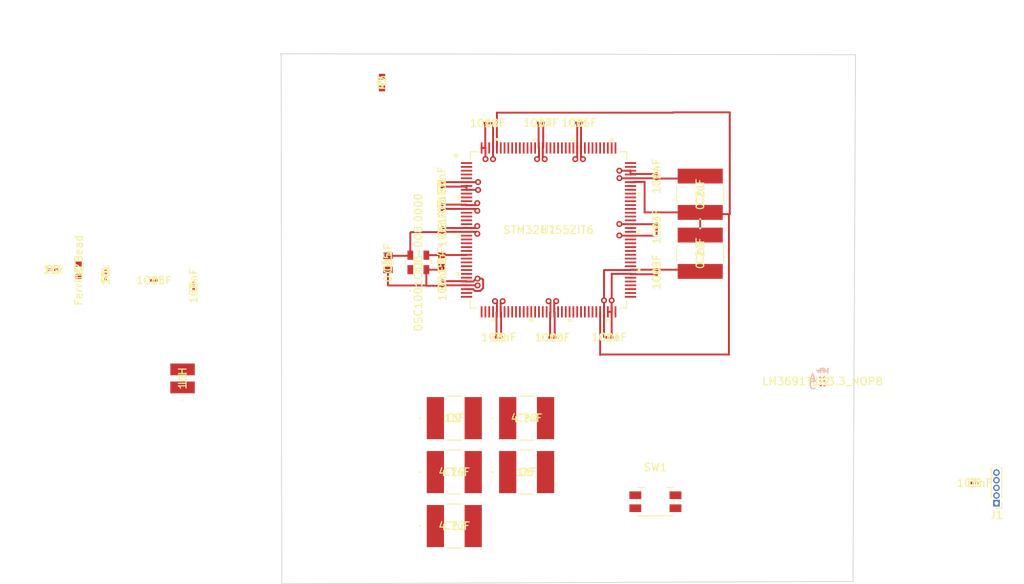
<source format=kicad_pcb>
(kicad_pcb (version 20171130) (host pcbnew "(5.1.10)-1")
  (layers (0 Signal signal) (1 Power power) (2 Ground power) (31 B.Cu signal) (34 B.Paste user) (35 F.Paste user) (36 B.SilkS user) (37 F.SilkS user) (38 B.Mask user) (39 F.Mask user) (44 Edge.Cuts user))
  (net 0 "")
  (net 1 GND)
  (net 2 VDD)
  (net 3 VIN)
  (net 4 SWDIO)
  (net 5 SWCLK)
  (net 6 "Net-(J1-Pad2)")
  (net 7 "Net-(L1-Pad2)")
  (net 8 "Net-(R1-Pad1)")
  (net 9 "Net-(U1-Pad139)")
  (net 10 "Net-(U1-Pad138)")
  (net 11 "Net-(U1-Pad137)")
  (net 12 "Net-(U1-Pad136)")
  (net 13 "Net-(U1-Pad134)")
  (net 14 "Net-(U1-Pad133)")
  (net 15 "Net-(U1-Pad132)")
  (net 16 "Net-(U1-Pad131)")
  (net 17 "Net-(U1-Pad130)")
  (net 18 "Net-(U1-Pad127)")
  (net 19 "Net-(U1-Pad126)")
  (net 20 "Net-(U1-Pad125)")
  (net 21 "Net-(U1-Pad124)")
  (net 22 "Net-(U1-Pad123)")
  (net 23 "Net-(U1-Pad122)")
  (net 24 "Net-(U1-Pad121)")
  (net 25 "Net-(U1-Pad120)")
  (net 26 "Net-(U1-Pad117)")
  (net 27 Audio_CLK)
  (net 28 "Net-(U1-Pad115)")
  (net 29 "Net-(U1-Pad114)")
  (net 30 "Net-(U1-Pad113)")
  (net 31 "Net-(U1-Pad112)")
  (net 32 "Net-(U1-Pad111)")
  (net 33 "Net-(U1-Pad110)")
  (net 34 "Net-(U1-Pad109)")
  (net 35 "Net-(U1-Pad102)")
  (net 36 "Net-(U1-Pad101)")
  (net 37 "Net-(U1-Pad100)")
  (net 38 "Net-(U1-Pad99)")
  (net 39 "Net-(U1-Pad98)")
  (net 40 "Net-(U1-Pad97)")
  (net 41 "Net-(U1-Pad96)")
  (net 42 "Net-(U1-Pad95)")
  (net 43 "Net-(U1-Pad94)")
  (net 44 "Net-(U1-Pad93)")
  (net 45 "Net-(U1-Pad91)")
  (net 46 "Net-(U1-Pad90)")
  (net 47 "Net-(U1-Pad88)")
  (net 48 "Net-(U1-Pad87)")
  (net 49 "Net-(U1-Pad86)")
  (net 50 "Net-(U1-Pad85)")
  (net 51 "Net-(U1-Pad84)")
  (net 52 "Net-(U1-Pad83)")
  (net 53 "Net-(U1-Pad82)")
  (net 54 "Net-(U1-Pad81)")
  (net 55 "Net-(U1-Pad78)")
  (net 56 "Net-(U1-Pad77)")
  (net 57 "Net-(U1-Pad76)")
  (net 58 "Net-(U1-Pad75)")
  (net 59 "Net-(U1-Pad74)")
  (net 60 "Net-(U1-Pad73)")
  (net 61 "Net-(U1-Pad72)")
  (net 62 "Net-(U1-Pad67)")
  (net 63 "Net-(U1-Pad66)")
  (net 64 "Net-(U1-Pad65)")
  (net 65 "Net-(U1-Pad64)")
  (net 66 "Net-(U1-Pad63)")
  (net 67 "Net-(U1-Pad62)")
  (net 68 "Net-(U1-Pad61)")
  (net 69 "Net-(U1-Pad60)")
  (net 70 "Net-(U1-Pad59)")
  (net 71 "Net-(U1-Pad58)")
  (net 72 "Net-(U1-Pad57)")
  (net 73 "Net-(U1-Pad54)")
  (net 74 "Net-(U1-Pad53)")
  (net 75 "Net-(U1-Pad52)")
  (net 76 dOut_bottom)
  (net 77 "Net-(U1-Pad50)")
  (net 78 "Net-(U1-Pad49)")
  (net 79 "Net-(U1-Pad48)")
  (net 80 "Net-(U1-Pad47)")
  (net 81 "Net-(U1-Pad46)")
  (net 82 "Net-(U1-Pad45)")
  (net 83 "Net-(U1-Pad44)")
  (net 84 "Net-(U1-Pad43)")
  (net 85 "Net-(U1-Pad40)")
  (net 86 "Net-(U1-Pad39)")
  (net 87 "Net-(U1-Pad38)")
  (net 88 "Net-(U1-Pad37)")
  (net 89 "Net-(U1-Pad31)")
  (net 90 "Net-(U1-Pad30)")
  (net 91 "Net-(U1-Pad29)")
  (net 92 "Net-(U1-Pad28)")
  (net 93 "Net-(U1-Pad26)")
  (net 94 /CLK)
  (net 95 "Net-(U1-Pad24)")
  (net 96 "Net-(U1-Pad23)")
  (net 97 "Net-(U1-Pad22)")
  (net 98 "Net-(U1-Pad21)")
  (net 99 "Net-(U1-Pad20)")
  (net 100 "Net-(U1-Pad17)")
  (net 101 "Net-(U1-Pad16)")
  (net 102 "Net-(U1-Pad15)")
  (net 103 "Net-(U1-Pad14)")
  (net 104 "Net-(U1-Pad11)")
  (net 105 "Net-(U1-Pad10)")
  (net 106 "Net-(U1-Pad9)")
  (net 107 "Net-(U1-Pad5)")
  (net 108 "Net-(U1-Pad4)")
  (net 109 dOut_top)
  (net 110 "Net-(U1-Pad2)")
  (net 111 "Net-(U1-Pad1)")
  (net 112 "Net-(U2-PadB1)")
  (net 113 "Net-(U2-PadA1)")
  (net 114 "Net-(U3-Pad1)")
  (net 115 VREF+)
  (net 116 VDDA)
  (net 117 NRST)
  (net 118 VCAP)
  (net 119 BOOT0)
  (module stm32:STM32H755ZIT6 (layer Signal) (at 160.02 90.17)
    (fp_text reference U1 (at 0 0) (layer F.SilkS))
    (fp_text value STM32H755ZIT6 (at 0 0) (layer F.SilkS))
    (fp_text user * (at -12.0904 -9.381) (layer F.SilkS))
    (fp_text user * (at -12.0904 -9.381) (layer F.SilkS))
    (pad 144 smd rect (at -8.75 -10.7188) (size 0.2286 1.4732) (layers Signal F.Paste F.Mask) (net 2 VDD))
    (pad 143 smd rect (at -8.250001 -10.7188) (size 0.2286 1.4732) (layers Signal F.Paste F.Mask) (net 2 VDD))
    (pad 142 smd rect (at -7.75 -10.7188) (size 0.2286 1.4732) (layers Signal F.Paste F.Mask) (net 8 "Net-(R1-Pad1)"))
    (pad 141 smd rect (at -7.250001 -10.7188) (size 0.2286 1.4732) (layers Signal F.Paste F.Mask) (net 1 GND))
    (pad 140 smd rect (at -6.749999 -10.7188) (size 0.2286 1.4732) (layers Signal F.Paste F.Mask) (net 118 VCAP))
    (pad 139 smd rect (at -6.25 -10.7188) (size 0.2286 1.4732) (layers Signal F.Paste F.Mask) (net 9 "Net-(U1-Pad139)"))
    (pad 138 smd rect (at -5.750001 -10.7188) (size 0.2286 1.4732) (layers Signal F.Paste F.Mask) (net 10 "Net-(U1-Pad138)"))
    (pad 137 smd rect (at -5.25 -10.7188) (size 0.2286 1.4732) (layers Signal F.Paste F.Mask) (net 11 "Net-(U1-Pad137)"))
    (pad 136 smd rect (at -4.750001 -10.7188) (size 0.2286 1.4732) (layers Signal F.Paste F.Mask) (net 12 "Net-(U1-Pad136)"))
    (pad 135 smd rect (at -4.249999 -10.7188) (size 0.2286 1.4732) (layers Signal F.Paste F.Mask) (net 119 BOOT0))
    (pad 134 smd rect (at -3.75 -10.7188) (size 0.2286 1.4732) (layers Signal F.Paste F.Mask) (net 13 "Net-(U1-Pad134)"))
    (pad 133 smd rect (at -3.250001 -10.7188) (size 0.2286 1.4732) (layers Signal F.Paste F.Mask) (net 14 "Net-(U1-Pad133)"))
    (pad 132 smd rect (at -2.75 -10.7188) (size 0.2286 1.4732) (layers Signal F.Paste F.Mask) (net 15 "Net-(U1-Pad132)"))
    (pad 131 smd rect (at -2.250001 -10.7188) (size 0.2286 1.4732) (layers Signal F.Paste F.Mask) (net 16 "Net-(U1-Pad131)"))
    (pad 130 smd rect (at -1.749999 -10.7188) (size 0.2286 1.4732) (layers Signal F.Paste F.Mask) (net 17 "Net-(U1-Pad130)"))
    (pad 129 smd rect (at -1.25 -10.7188) (size 0.2286 1.4732) (layers Signal F.Paste F.Mask) (net 2 VDD))
    (pad 128 smd rect (at -0.750001 -10.7188) (size 0.2286 1.4732) (layers Signal F.Paste F.Mask) (net 1 GND))
    (pad 127 smd rect (at -0.25 -10.7188) (size 0.2286 1.4732) (layers Signal F.Paste F.Mask) (net 18 "Net-(U1-Pad127)"))
    (pad 126 smd rect (at 0.25 -10.7188) (size 0.2286 1.4732) (layers Signal F.Paste F.Mask) (net 19 "Net-(U1-Pad126)"))
    (pad 125 smd rect (at 0.750001 -10.7188) (size 0.2286 1.4732) (layers Signal F.Paste F.Mask) (net 20 "Net-(U1-Pad125)"))
    (pad 124 smd rect (at 1.25 -10.7188) (size 0.2286 1.4732) (layers Signal F.Paste F.Mask) (net 21 "Net-(U1-Pad124)"))
    (pad 123 smd rect (at 1.749999 -10.7188) (size 0.2286 1.4732) (layers Signal F.Paste F.Mask) (net 22 "Net-(U1-Pad123)"))
    (pad 122 smd rect (at 2.250001 -10.7188) (size 0.2286 1.4732) (layers Signal F.Paste F.Mask) (net 23 "Net-(U1-Pad122)"))
    (pad 121 smd rect (at 2.75 -10.7188) (size 0.2286 1.4732) (layers Signal F.Paste F.Mask) (net 24 "Net-(U1-Pad121)"))
    (pad 120 smd rect (at 3.250001 -10.7188) (size 0.2286 1.4732) (layers Signal F.Paste F.Mask) (net 25 "Net-(U1-Pad120)"))
    (pad 119 smd rect (at 3.75 -10.7188) (size 0.2286 1.4732) (layers Signal F.Paste F.Mask) (net 2 VDD))
    (pad 118 smd rect (at 4.249999 -10.7188) (size 0.2286 1.4732) (layers Signal F.Paste F.Mask) (net 1 GND))
    (pad 117 smd rect (at 4.750001 -10.7188) (size 0.2286 1.4732) (layers Signal F.Paste F.Mask) (net 26 "Net-(U1-Pad117)"))
    (pad 116 smd rect (at 5.25 -10.7188) (size 0.2286 1.4732) (layers Signal F.Paste F.Mask) (net 27 Audio_CLK))
    (pad 115 smd rect (at 5.750001 -10.7188) (size 0.2286 1.4732) (layers Signal F.Paste F.Mask) (net 28 "Net-(U1-Pad115)"))
    (pad 114 smd rect (at 6.25 -10.7188) (size 0.2286 1.4732) (layers Signal F.Paste F.Mask) (net 29 "Net-(U1-Pad114)"))
    (pad 113 smd rect (at 6.749999 -10.7188) (size 0.2286 1.4732) (layers Signal F.Paste F.Mask) (net 30 "Net-(U1-Pad113)"))
    (pad 112 smd rect (at 7.250001 -10.7188) (size 0.2286 1.4732) (layers Signal F.Paste F.Mask) (net 31 "Net-(U1-Pad112)"))
    (pad 111 smd rect (at 7.75 -10.7188) (size 0.2286 1.4732) (layers Signal F.Paste F.Mask) (net 32 "Net-(U1-Pad111)"))
    (pad 110 smd rect (at 8.250001 -10.7188) (size 0.2286 1.4732) (layers Signal F.Paste F.Mask) (net 33 "Net-(U1-Pad110)"))
    (pad 109 smd rect (at 8.75 -10.7188) (size 0.2286 1.4732) (layers Signal F.Paste F.Mask) (net 34 "Net-(U1-Pad109)"))
    (pad 108 smd rect (at 10.7188 -8.75 90) (size 0.2286 1.4732) (layers Signal F.Paste F.Mask) (net 5 SWCLK))
    (pad 107 smd rect (at 10.7188 -8.250001 90) (size 0.2286 1.4732) (layers Signal F.Paste F.Mask) (net 4 SWDIO))
    (pad 106 smd rect (at 10.7188 -7.75 90) (size 0.2286 1.4732) (layers Signal F.Paste F.Mask) (net 2 VDD))
    (pad 105 smd rect (at 10.7188 -7.250001 90) (size 0.2286 1.4732) (layers Signal F.Paste F.Mask) (net 2 VDD))
    (pad 104 smd rect (at 10.7188 -6.749999 90) (size 0.2286 1.4732) (layers Signal F.Paste F.Mask) (net 1 GND))
    (pad 103 smd rect (at 10.7188 -6.25 90) (size 0.2286 1.4732) (layers Signal F.Paste F.Mask) (net 118 VCAP))
    (pad 102 smd rect (at 10.7188 -5.750001 90) (size 0.2286 1.4732) (layers Signal F.Paste F.Mask) (net 35 "Net-(U1-Pad102)"))
    (pad 101 smd rect (at 10.7188 -5.25 90) (size 0.2286 1.4732) (layers Signal F.Paste F.Mask) (net 36 "Net-(U1-Pad101)"))
    (pad 100 smd rect (at 10.7188 -4.750001 90) (size 0.2286 1.4732) (layers Signal F.Paste F.Mask) (net 37 "Net-(U1-Pad100)"))
    (pad 99 smd rect (at 10.7188 -4.249999 90) (size 0.2286 1.4732) (layers Signal F.Paste F.Mask) (net 38 "Net-(U1-Pad99)"))
    (pad 98 smd rect (at 10.7188 -3.75 90) (size 0.2286 1.4732) (layers Signal F.Paste F.Mask) (net 39 "Net-(U1-Pad98)"))
    (pad 97 smd rect (at 10.7188 -3.250001 90) (size 0.2286 1.4732) (layers Signal F.Paste F.Mask) (net 40 "Net-(U1-Pad97)"))
    (pad 96 smd rect (at 10.7188 -2.75 90) (size 0.2286 1.4732) (layers Signal F.Paste F.Mask) (net 41 "Net-(U1-Pad96)"))
    (pad 95 smd rect (at 10.7188 -2.250001 90) (size 0.2286 1.4732) (layers Signal F.Paste F.Mask) (net 42 "Net-(U1-Pad95)"))
    (pad 94 smd rect (at 10.7188 -1.749999 90) (size 0.2286 1.4732) (layers Signal F.Paste F.Mask) (net 43 "Net-(U1-Pad94)"))
    (pad 93 smd rect (at 10.7188 -1.25 90) (size 0.2286 1.4732) (layers Signal F.Paste F.Mask) (net 44 "Net-(U1-Pad93)"))
    (pad 92 smd rect (at 10.7188 -0.750001 90) (size 0.2286 1.4732) (layers Signal F.Paste F.Mask) (net 2 VDD))
    (pad 91 smd rect (at 10.7188 -0.25 90) (size 0.2286 1.4732) (layers Signal F.Paste F.Mask) (net 45 "Net-(U1-Pad91)"))
    (pad 90 smd rect (at 10.7188 0.25 90) (size 0.2286 1.4732) (layers Signal F.Paste F.Mask) (net 46 "Net-(U1-Pad90)"))
    (pad 89 smd rect (at 10.7188 0.750001 90) (size 0.2286 1.4732) (layers Signal F.Paste F.Mask) (net 1 GND))
    (pad 88 smd rect (at 10.7188 1.25 90) (size 0.2286 1.4732) (layers Signal F.Paste F.Mask) (net 47 "Net-(U1-Pad88)"))
    (pad 87 smd rect (at 10.7188 1.749999 90) (size 0.2286 1.4732) (layers Signal F.Paste F.Mask) (net 48 "Net-(U1-Pad87)"))
    (pad 86 smd rect (at 10.7188 2.250001 90) (size 0.2286 1.4732) (layers Signal F.Paste F.Mask) (net 49 "Net-(U1-Pad86)"))
    (pad 85 smd rect (at 10.7188 2.75 90) (size 0.2286 1.4732) (layers Signal F.Paste F.Mask) (net 50 "Net-(U1-Pad85)"))
    (pad 84 smd rect (at 10.7188 3.250001 90) (size 0.2286 1.4732) (layers Signal F.Paste F.Mask) (net 51 "Net-(U1-Pad84)"))
    (pad 83 smd rect (at 10.7188 3.75 90) (size 0.2286 1.4732) (layers Signal F.Paste F.Mask) (net 52 "Net-(U1-Pad83)"))
    (pad 82 smd rect (at 10.7188 4.249999 90) (size 0.2286 1.4732) (layers Signal F.Paste F.Mask) (net 53 "Net-(U1-Pad82)"))
    (pad 81 smd rect (at 10.7188 4.750001 90) (size 0.2286 1.4732) (layers Signal F.Paste F.Mask) (net 54 "Net-(U1-Pad81)"))
    (pad 80 smd rect (at 10.7188 5.25 90) (size 0.2286 1.4732) (layers Signal F.Paste F.Mask) (net 1 GND))
    (pad 79 smd rect (at 10.7188 5.750001 90) (size 0.2286 1.4732) (layers Signal F.Paste F.Mask) (net 2 VDD))
    (pad 78 smd rect (at 10.7188 6.25 90) (size 0.2286 1.4732) (layers Signal F.Paste F.Mask) (net 55 "Net-(U1-Pad78)"))
    (pad 77 smd rect (at 10.7188 6.749999 90) (size 0.2286 1.4732) (layers Signal F.Paste F.Mask) (net 56 "Net-(U1-Pad77)"))
    (pad 76 smd rect (at 10.7188 7.250001 90) (size 0.2286 1.4732) (layers Signal F.Paste F.Mask) (net 57 "Net-(U1-Pad76)"))
    (pad 75 smd rect (at 10.7188 7.75 90) (size 0.2286 1.4732) (layers Signal F.Paste F.Mask) (net 58 "Net-(U1-Pad75)"))
    (pad 74 smd rect (at 10.7188 8.250001 90) (size 0.2286 1.4732) (layers Signal F.Paste F.Mask) (net 59 "Net-(U1-Pad74)"))
    (pad 73 smd rect (at 10.7188 8.75 90) (size 0.2286 1.4732) (layers Signal F.Paste F.Mask) (net 60 "Net-(U1-Pad73)"))
    (pad 72 smd rect (at 8.75 10.7188) (size 0.2286 1.4732) (layers Signal F.Paste F.Mask) (net 61 "Net-(U1-Pad72)"))
    (pad 71 smd rect (at 8.250001 10.7188) (size 0.2286 1.4732) (layers Signal F.Paste F.Mask) (net 2 VDD))
    (pad 70 smd rect (at 7.75 10.7188) (size 0.2286 1.4732) (layers Signal F.Paste F.Mask) (net 2 VDD))
    (pad 69 smd rect (at 7.250001 10.7188) (size 0.2286 1.4732) (layers Signal F.Paste F.Mask) (net 1 GND))
    (pad 68 smd rect (at 6.749999 10.7188) (size 0.2286 1.4732) (layers Signal F.Paste F.Mask) (net 118 VCAP))
    (pad 67 smd rect (at 6.25 10.7188) (size 0.2286 1.4732) (layers Signal F.Paste F.Mask) (net 62 "Net-(U1-Pad67)"))
    (pad 66 smd rect (at 5.750001 10.7188) (size 0.2286 1.4732) (layers Signal F.Paste F.Mask) (net 63 "Net-(U1-Pad66)"))
    (pad 65 smd rect (at 5.25 10.7188) (size 0.2286 1.4732) (layers Signal F.Paste F.Mask) (net 64 "Net-(U1-Pad65)"))
    (pad 64 smd rect (at 4.750001 10.7188) (size 0.2286 1.4732) (layers Signal F.Paste F.Mask) (net 65 "Net-(U1-Pad64)"))
    (pad 63 smd rect (at 4.249999 10.7188) (size 0.2286 1.4732) (layers Signal F.Paste F.Mask) (net 66 "Net-(U1-Pad63)"))
    (pad 62 smd rect (at 3.75 10.7188) (size 0.2286 1.4732) (layers Signal F.Paste F.Mask) (net 67 "Net-(U1-Pad62)"))
    (pad 61 smd rect (at 3.250001 10.7188) (size 0.2286 1.4732) (layers Signal F.Paste F.Mask) (net 68 "Net-(U1-Pad61)"))
    (pad 60 smd rect (at 2.75 10.7188) (size 0.2286 1.4732) (layers Signal F.Paste F.Mask) (net 69 "Net-(U1-Pad60)"))
    (pad 59 smd rect (at 2.250001 10.7188) (size 0.2286 1.4732) (layers Signal F.Paste F.Mask) (net 70 "Net-(U1-Pad59)"))
    (pad 58 smd rect (at 1.749999 10.7188) (size 0.2286 1.4732) (layers Signal F.Paste F.Mask) (net 71 "Net-(U1-Pad58)"))
    (pad 57 smd rect (at 1.25 10.7188) (size 0.2286 1.4732) (layers Signal F.Paste F.Mask) (net 72 "Net-(U1-Pad57)"))
    (pad 56 smd rect (at 0.750001 10.7188) (size 0.2286 1.4732) (layers Signal F.Paste F.Mask) (net 2 VDD))
    (pad 55 smd rect (at 0.25 10.7188) (size 0.2286 1.4732) (layers Signal F.Paste F.Mask) (net 1 GND))
    (pad 54 smd rect (at -0.25 10.7188) (size 0.2286 1.4732) (layers Signal F.Paste F.Mask) (net 73 "Net-(U1-Pad54)"))
    (pad 53 smd rect (at -0.750001 10.7188) (size 0.2286 1.4732) (layers Signal F.Paste F.Mask) (net 74 "Net-(U1-Pad53)"))
    (pad 52 smd rect (at -1.25 10.7188) (size 0.2286 1.4732) (layers Signal F.Paste F.Mask) (net 75 "Net-(U1-Pad52)"))
    (pad 51 smd rect (at -1.749999 10.7188) (size 0.2286 1.4732) (layers Signal F.Paste F.Mask) (net 76 dOut_bottom))
    (pad 50 smd rect (at -2.250001 10.7188) (size 0.2286 1.4732) (layers Signal F.Paste F.Mask) (net 77 "Net-(U1-Pad50)"))
    (pad 49 smd rect (at -2.75 10.7188) (size 0.2286 1.4732) (layers Signal F.Paste F.Mask) (net 78 "Net-(U1-Pad49)"))
    (pad 48 smd rect (at -3.250001 10.7188) (size 0.2286 1.4732) (layers Signal F.Paste F.Mask) (net 79 "Net-(U1-Pad48)"))
    (pad 47 smd rect (at -3.75 10.7188) (size 0.2286 1.4732) (layers Signal F.Paste F.Mask) (net 80 "Net-(U1-Pad47)"))
    (pad 46 smd rect (at -4.249999 10.7188) (size 0.2286 1.4732) (layers Signal F.Paste F.Mask) (net 81 "Net-(U1-Pad46)"))
    (pad 45 smd rect (at -4.750001 10.7188) (size 0.2286 1.4732) (layers Signal F.Paste F.Mask) (net 82 "Net-(U1-Pad45)"))
    (pad 44 smd rect (at -5.25 10.7188) (size 0.2286 1.4732) (layers Signal F.Paste F.Mask) (net 83 "Net-(U1-Pad44)"))
    (pad 43 smd rect (at -5.750001 10.7188) (size 0.2286 1.4732) (layers Signal F.Paste F.Mask) (net 84 "Net-(U1-Pad43)"))
    (pad 42 smd rect (at -6.25 10.7188) (size 0.2286 1.4732) (layers Signal F.Paste F.Mask) (net 2 VDD))
    (pad 41 smd rect (at -6.749999 10.7188) (size 0.2286 1.4732) (layers Signal F.Paste F.Mask) (net 1 GND))
    (pad 40 smd rect (at -7.250001 10.7188) (size 0.2286 1.4732) (layers Signal F.Paste F.Mask) (net 85 "Net-(U1-Pad40)"))
    (pad 39 smd rect (at -7.75 10.7188) (size 0.2286 1.4732) (layers Signal F.Paste F.Mask) (net 86 "Net-(U1-Pad39)"))
    (pad 38 smd rect (at -8.250001 10.7188) (size 0.2286 1.4732) (layers Signal F.Paste F.Mask) (net 87 "Net-(U1-Pad38)"))
    (pad 37 smd rect (at -8.75 10.7188) (size 0.2286 1.4732) (layers Signal F.Paste F.Mask) (net 88 "Net-(U1-Pad37)"))
    (pad 36 smd rect (at -10.7188 8.75 90) (size 0.2286 1.4732) (layers Signal F.Paste F.Mask) (net 116 VDDA))
    (pad 35 smd rect (at -10.7188 8.249999 90) (size 0.2286 1.4732) (layers Signal F.Paste F.Mask) (net 115 VREF+))
    (pad 34 smd rect (at -10.7188 7.75 90) (size 0.2286 1.4732) (layers Signal F.Paste F.Mask) (net 2 VDD))
    (pad 33 smd rect (at -10.7188 7.250001 90) (size 0.2286 1.4732) (layers Signal F.Paste F.Mask) (net 1 GND))
    (pad 32 smd rect (at -10.7188 6.749999 90) (size 0.2286 1.4732) (layers Signal F.Paste F.Mask) (net 2 VDD))
    (pad 31 smd rect (at -10.7188 6.25 90) (size 0.2286 1.4732) (layers Signal F.Paste F.Mask) (net 89 "Net-(U1-Pad31)"))
    (pad 30 smd rect (at -10.7188 5.749999 90) (size 0.2286 1.4732) (layers Signal F.Paste F.Mask) (net 90 "Net-(U1-Pad30)"))
    (pad 29 smd rect (at -10.7188 5.25 90) (size 0.2286 1.4732) (layers Signal F.Paste F.Mask) (net 91 "Net-(U1-Pad29)"))
    (pad 28 smd rect (at -10.7188 4.750001 90) (size 0.2286 1.4732) (layers Signal F.Paste F.Mask) (net 92 "Net-(U1-Pad28)"))
    (pad 27 smd rect (at -10.7188 4.249999 90) (size 0.2286 1.4732) (layers Signal F.Paste F.Mask) (net 117 NRST))
    (pad 26 smd rect (at -10.7188 3.75 90) (size 0.2286 1.4732) (layers Signal F.Paste F.Mask) (net 93 "Net-(U1-Pad26)"))
    (pad 25 smd rect (at -10.7188 3.249999 90) (size 0.2286 1.4732) (layers Signal F.Paste F.Mask) (net 94 /CLK))
    (pad 24 smd rect (at -10.7188 2.75 90) (size 0.2286 1.4732) (layers Signal F.Paste F.Mask) (net 95 "Net-(U1-Pad24)"))
    (pad 23 smd rect (at -10.7188 2.250001 90) (size 0.2286 1.4732) (layers Signal F.Paste F.Mask) (net 96 "Net-(U1-Pad23)"))
    (pad 22 smd rect (at -10.7188 1.749999 90) (size 0.2286 1.4732) (layers Signal F.Paste F.Mask) (net 97 "Net-(U1-Pad22)"))
    (pad 21 smd rect (at -10.7188 1.25 90) (size 0.2286 1.4732) (layers Signal F.Paste F.Mask) (net 98 "Net-(U1-Pad21)"))
    (pad 20 smd rect (at -10.7188 0.749998 90) (size 0.2286 1.4732) (layers Signal F.Paste F.Mask) (net 99 "Net-(U1-Pad20)"))
    (pad 19 smd rect (at -10.7188 0.25 90) (size 0.2286 1.4732) (layers Signal F.Paste F.Mask) (net 2 VDD))
    (pad 18 smd rect (at -10.7188 -0.25 90) (size 0.2286 1.4732) (layers Signal F.Paste F.Mask) (net 1 GND))
    (pad 17 smd rect (at -10.7188 -0.750001 90) (size 0.2286 1.4732) (layers Signal F.Paste F.Mask) (net 100 "Net-(U1-Pad17)"))
    (pad 16 smd rect (at -10.7188 -1.25 90) (size 0.2286 1.4732) (layers Signal F.Paste F.Mask) (net 101 "Net-(U1-Pad16)"))
    (pad 15 smd rect (at -10.7188 -1.749999 90) (size 0.2286 1.4732) (layers Signal F.Paste F.Mask) (net 102 "Net-(U1-Pad15)"))
    (pad 14 smd rect (at -10.7188 -2.250001 90) (size 0.2286 1.4732) (layers Signal F.Paste F.Mask) (net 103 "Net-(U1-Pad14)"))
    (pad 13 smd rect (at -10.7188 -2.75 90) (size 0.2286 1.4732) (layers Signal F.Paste F.Mask) (net 2 VDD))
    (pad 12 smd rect (at -10.7188 -3.250001 90) (size 0.2286 1.4732) (layers Signal F.Paste F.Mask) (net 1 GND))
    (pad 11 smd rect (at -10.7188 -3.75 90) (size 0.2286 1.4732) (layers Signal F.Paste F.Mask) (net 104 "Net-(U1-Pad11)"))
    (pad 10 smd rect (at -10.7188 -4.249999 90) (size 0.2286 1.4732) (layers Signal F.Paste F.Mask) (net 105 "Net-(U1-Pad10)"))
    (pad 9 smd rect (at -10.7188 -4.750001 90) (size 0.2286 1.4732) (layers Signal F.Paste F.Mask) (net 106 "Net-(U1-Pad9)"))
    (pad 8 smd rect (at -10.7188 -5.25 90) (size 0.2286 1.4732) (layers Signal F.Paste F.Mask) (net 2 VDD))
    (pad 7 smd rect (at -10.7188 -5.750001 90) (size 0.2286 1.4732) (layers Signal F.Paste F.Mask) (net 2 VDD))
    (pad 6 smd rect (at -10.7188 -6.25 90) (size 0.2286 1.4732) (layers Signal F.Paste F.Mask) (net 1 GND))
    (pad 5 smd rect (at -10.7188 -6.749999 90) (size 0.2286 1.4732) (layers Signal F.Paste F.Mask) (net 107 "Net-(U1-Pad5)"))
    (pad 4 smd rect (at -10.7188 -7.250001 90) (size 0.2286 1.4732) (layers Signal F.Paste F.Mask) (net 108 "Net-(U1-Pad4)"))
    (pad 3 smd rect (at -10.7188 -7.75 90) (size 0.2286 1.4732) (layers Signal F.Paste F.Mask) (net 109 dOut_top))
    (pad 2 smd rect (at -10.7188 -8.250001 90) (size 0.2286 1.4732) (layers Signal F.Paste F.Mask) (net 110 "Net-(U1-Pad2)"))
    (pad 1 smd rect (at -10.7188 -8.75 90) (size 0.2286 1.4732) (layers Signal F.Paste F.Mask) (net 111 "Net-(U1-Pad1)"))
  )
  (module 8mhz:DSC1001CC1-008.0000 (layer Signal) (at 143 94.425001 90)
    (fp_text reference U3 (at 0 0 90) (layer F.SilkS))
    (fp_text value DSC1001CC1-008.0000 (at 0 0 90) (layer F.SilkS))
    (fp_text user * (at 0 0 90) (layer F.SilkS))
    (pad 4 smd rect (at 0.950001 -1.05 90) (size 1.199999 0.75) (layers Signal F.Paste F.Mask) (net 2 VDD))
    (pad 3 smd rect (at 0.950001 1.05 90) (size 1.199999 0.75) (layers Signal F.Paste F.Mask) (net 94 /CLK))
    (pad 2 smd rect (at -0.950001 1.05 90) (size 1.199999 0.75) (layers Signal F.Paste F.Mask) (net 1 GND))
    (pad 1 smd rect (at -0.950001 -1.05 90) (size 1.199999 0.75) (layers Signal F.Paste F.Mask) (net 114 "Net-(U3-Pad1)"))
  )
  (module 100nF:C0201C104K9PACTU (layer Signal) (at 146.14 90.16 90)
    (fp_text reference C5 (at 0 0 90) (layer F.SilkS))
    (fp_text value 100nF (at 0 0 90) (layer F.SilkS))
    (fp_text user * (at 0 0 90) (layer F.SilkS))
    (pad 2 smd rect (at 0.3 0 90) (size 0.43 0.329999) (layers Signal F.Paste F.Mask) (net 1 GND))
    (pad 1 smd rect (at -0.3 0 90) (size 0.43 0.329999) (layers Signal F.Paste F.Mask) (net 2 VDD))
  )
  (module 100nF:C0201C104K9PACTU (layer Signal) (at 146.08 87.16 90)
    (fp_text reference C3 (at 0 0 90) (layer F.SilkS))
    (fp_text value 100nF (at 0 0 90) (layer F.SilkS))
    (fp_text user * (at 0 0 90) (layer F.SilkS))
    (pad 2 smd rect (at 0.3 0 90) (size 0.43 0.329999) (layers Signal F.Paste F.Mask) (net 1 GND))
    (pad 1 smd rect (at -0.3 0 90) (size 0.43 0.329999) (layers Signal F.Paste F.Mask) (net 2 VDD))
  )
  (module 100nF:C0201C104K9PACTU (layer Signal) (at 146.075 84.21 90)
    (fp_text reference C1 (at 0 0 90) (layer F.SilkS))
    (fp_text value 100nF (at 0 0 90) (layer F.SilkS))
    (fp_text user * (at 0 0 90) (layer F.SilkS))
    (pad 2 smd rect (at 0.3 0 90) (size 0.43 0.329999) (layers Signal F.Paste F.Mask) (net 1 GND))
    (pad 1 smd rect (at -0.3 0 90) (size 0.43 0.329999) (layers Signal F.Paste F.Mask) (net 2 VDD))
  )
  (module 0.01uF:GRM2195C1H113JA01D (layer Signal) (at 139.03 94.48 270)
    (fp_text reference C25 (at 0 0 90) (layer F.SilkS))
    (fp_text value 0.01uF (at 0 0 90) (layer F.SilkS))
    (fp_text user * (at 0 0 90) (layer F.SilkS))
    (pad 2 smd rect (at 0.9243 0 270) (size 0.858 1.2446) (layers Signal F.Paste F.Mask) (net 1 GND))
    (pad 1 smd rect (at -0.9243 0 270) (size 0.858 1.2446) (layers Signal F.Paste F.Mask) (net 2 VDD))
  )
  (module 15pF:600S150FT250XT (layer Signal) (at 146.075 94.2527 270)
    (fp_text reference C24 (at 0 0 90) (layer F.SilkS))
    (fp_text value 15pF (at 0 0 90) (layer F.SilkS))
    (fp_text user * (at 0 0 90) (layer F.SilkS))
    (pad 2 smd rect (at 0.7973 0 270) (size 0.858 0.9652) (layers Signal F.Paste F.Mask) (net 1 GND))
    (pad 1 smd rect (at -0.7973 0 270) (size 0.858 0.9652) (layers Signal F.Paste F.Mask) (net 94 /CLK))
  )
  (module Button_Switch_SMD:Panasonic_EVQPUJ_EVQPUA (layer Signal) (at 173.99 125.73)
    (fp_text reference SW1 (at 0 -4.5) (layer F.SilkS))
    (fp_text value SW_Push)
    (pad 1 smd rect (at 2.625 -0.85 180) (size 1.55 1) (layers Signal F.Paste F.Mask) (net 1 GND))
    (pad 1 smd rect (at -2.625 -0.85 180) (size 1.55 1) (layers Signal F.Paste F.Mask) (net 1 GND))
    (pad 2 smd rect (at -2.625 0.85 180) (size 1.55 1) (layers Signal F.Paste F.Mask) (net 117 NRST))
    (pad 2 smd rect (at 2.625 0.85 180) (size 1.55 1) (layers Signal F.Paste F.Mask) (net 117 NRST))
  )
  (module converter:LM3691TL-3.3&slash_NOPB (layer Signal) (at 195.83 109.99)
    (fp_text reference U2 (at 0 0) (layer F.SilkS))
    (fp_text value LM3691TL-3.3_NOPB (at 0 0) (layer F.SilkS))
    (fp_text user 2 (at 0.25 -1.4351 90) (layer B.SilkS))
    (fp_text user 2 (at 0.25 -1.4351 90) (layer F.SilkS))
    (fp_text user 1 (at -0.25 -1.4351 90) (layer B.SilkS))
    (fp_text user 1 (at -0.25 -1.4351 90) (layer F.SilkS))
    (fp_text user C (at -1.2827 0.5) (layer B.SilkS))
    (fp_text user C (at -1.2827 0.5) (layer F.SilkS))
    (fp_text user A (at -1.2827 -0.5) (layer B.SilkS))
    (fp_text user A (at -1.2827 -0.5) (layer F.SilkS))
    (fp_text user * (at 0 0) (layer F.SilkS))
    (pad C2 smd circle (at 0.25 0.5) (size 0.2794 0.2794) (layers Signal F.Paste F.Mask) (net 1 GND))
    (pad C1 smd circle (at -0.25 0.5) (size 0.2794 0.2794) (layers Signal F.Paste F.Mask) (net 2 VDD))
    (pad B2 smd circle (at 0.25 0) (size 0.2794 0.2794) (layers Signal F.Paste F.Mask) (net 7 "Net-(L1-Pad2)"))
    (pad B1 smd circle (at -0.25 0) (size 0.2794 0.2794) (layers Signal F.Paste F.Mask) (net 112 "Net-(U2-PadB1)"))
    (pad A2 smd circle (at 0.25 -0.5) (size 0.2794 0.2794) (layers Signal F.Paste F.Mask) (net 3 VIN))
    (pad A1 smd circle (at -0.25 -0.5) (size 0.2794 0.2794) (layers Signal F.Paste F.Mask) (net 113 "Net-(U2-PadA1)"))
  )
  (module resistor_47:RC0603FR-0747RL (layer Signal) (at 138.25 70.8969 90)
    (fp_text reference R3 (at 0 0 90) (layer F.SilkS))
    (fp_text value 47 (at 0 0 90) (layer F.SilkS))
    (fp_text user * (at 0 0 90) (layer F.SilkS))
    (pad 2 smd rect (at 0.7719 0 90) (size 0.7564 0.8128) (layers Signal F.Paste F.Mask) (net 116 VDDA))
    (pad 1 smd rect (at -0.7719 0 90) (size 0.7564 0.8128) (layers Signal F.Paste F.Mask) (net 115 VREF+))
  )
  (module resistor_10k:RMCF0201FT10K0 (layer Signal) (at 95.275 95.375)
    (fp_text reference R2 (at 0 0) (layer F.SilkS))
    (fp_text value 10k (at 0 0) (layer F.SilkS))
    (fp_text user * (at 0 0) (layer F.SilkS))
    (pad 1 smd rect (at -0.39344 0) (size 0.5532 0.33528) (layers Signal F.Paste F.Mask) (net 119 BOOT0))
    (pad 2 smd rect (at 0.39344 0) (size 0.5532 0.33528) (layers Signal F.Paste F.Mask) (net 1 GND))
  )
  (module resistor_10k:RMCF0201FT10K0 (layer Signal) (at 102.125 96.075 90)
    (fp_text reference R1 (at 0 0 90) (layer F.SilkS))
    (fp_text value 10k (at 0 0 90) (layer F.SilkS))
    (fp_text user * (at 0 0 90) (layer F.SilkS))
    (pad 2 smd rect (at 0.39344 0 90) (size 0.5532 0.33528) (layers Signal F.Paste F.Mask) (net 2 VDD))
    (pad 1 smd rect (at -0.39344 0 90) (size 0.5532 0.33528) (layers Signal F.Paste F.Mask) (net 8 "Net-(R1-Pad1)"))
  )
  (module ferrite_bead:MMZ1608B601CTAH0 (layer Signal) (at 98.6 95.45 90)
    (fp_text reference L2 (at 0 0 90) (layer F.SilkS))
    (fp_text value Ferrite_Bead (at 0 0 90) (layer F.SilkS))
    (fp_text user * (at 0 0 90) (layer F.SilkS))
    (pad 2 smd rect (at 0.825 0 90) (size 0.65 0.8) (layers Signal F.Paste F.Mask) (net 2 VDD))
    (pad 1 smd rect (at -0.825 0 90) (size 0.65 0.8) (layers Signal F.Paste F.Mask) (net 116 VDDA))
  )
  (module 1uH:74438336010 (layer Signal) (at 112.18 109.5983 90)
    (fp_text reference L1 (at 0 0 90) (layer F.SilkS))
    (fp_text value 1uH (at 0 0 90) (layer F.SilkS))
    (fp_text user * (at 0 0 90) (layer F.SilkS))
    (pad 2 smd rect (at 1.1783 0 90) (size 1.5438 3.2004) (layers Signal F.Paste F.Mask) (net 7 "Net-(L1-Pad2)"))
    (pad 1 smd rect (at -1.1783 0 90) (size 1.5438 3.2004) (layers Signal F.Paste F.Mask) (net 2 VDD))
  )
  (module Connector_PinHeader_1.00mm:PinHeader_1x05_P1.00mm_Vertical (layer Signal) (at 218.574999 125.919999 180)
    (fp_text reference J1 (at 0 -1.56) (layer F.SilkS))
    (fp_text value Conn_01x05_Male)
    (pad 5 thru_hole oval (at 0 4 180) (size 0.85 0.85) (drill 0.5) (layers *.Cu *.Mask) (net 4 SWDIO))
    (pad 4 thru_hole oval (at 0 3 180) (size 0.85 0.85) (drill 0.5) (layers *.Cu *.Mask) (net 5 SWCLK))
    (pad 3 thru_hole oval (at 0 2 180) (size 0.85 0.85) (drill 0.5) (layers *.Cu *.Mask) (net 1 GND))
    (pad 2 thru_hole oval (at 0 1 180) (size 0.85 0.85) (drill 0.5) (layers *.Cu *.Mask) (net 6 "Net-(J1-Pad2)"))
    (pad 1 thru_hole rect (at 0 0 180) (size 0.85 0.85) (drill 0.5) (layers *.Cu *.Mask) (net 2 VDD))
  )
  (module 0.2uF:CAA572C0G2J204J640LH (layer Signal) (at 179.85 93.2223 270)
    (fp_text reference C23 (at 0 0 90) (layer F.SilkS))
    (fp_text value 0.2uF (at 0 0 90) (layer F.SilkS))
    (fp_text user * (at 0 0 90) (layer F.SilkS))
    (pad 2 smd rect (at 2.3777 0) (size 5.8928 1.945399) (layers Signal F.Paste F.Mask) (net 1 GND))
    (pad 1 smd rect (at -2.3777 0) (size 5.8928 1.945399) (layers Signal F.Paste F.Mask) (net 118 VCAP))
  )
  (module 4.7uF:CKG57KX7R2A475K335JH (layer Signal) (at 147.705601 128.914901)
    (fp_text reference C22 (at 0 0) (layer F.SilkS))
    (fp_text value 4.7uF (at 0 0) (layer F.SilkS))
    (fp_text user * (at 0 0) (layer F.SilkS))
    (pad 2 smd rect (at 2.4737 0) (size 2.255 5.5118) (layers Signal F.Paste F.Mask) (net 2 VDD))
    (pad 1 smd rect (at -2.4737 0) (size 2.255 5.5118) (layers Signal F.Paste F.Mask) (net 1 GND))
  )
  (module 0.2uF:CAA572C0G2J204J640LH (layer Signal) (at 179.85 85.5027 90)
    (fp_text reference C21 (at 0 0 90) (layer F.SilkS))
    (fp_text value 0.2uF (at 0 0 90) (layer F.SilkS))
    (fp_text user * (at 0 0 90) (layer F.SilkS))
    (pad 2 smd rect (at 2.3777 0 180) (size 5.8928 1.945399) (layers Signal F.Paste F.Mask) (net 1 GND))
    (pad 1 smd rect (at -2.3777 0 180) (size 5.8928 1.945399) (layers Signal F.Paste F.Mask) (net 118 VCAP))
  )
  (module 4.7uF:CKG57KX7R2A475K335JH (layer Signal) (at 157.155601 114.794901)
    (fp_text reference C20 (at 0 0) (layer F.SilkS))
    (fp_text value 4.7uF (at 0 0) (layer F.SilkS))
    (fp_text user * (at 0 0) (layer F.SilkS))
    (pad 2 smd rect (at 2.4737 0) (size 2.255 5.5118) (layers Signal F.Paste F.Mask) (net 3 VIN))
    (pad 1 smd rect (at -2.4737 0) (size 2.255 5.5118) (layers Signal F.Paste F.Mask) (net 1 GND))
  )
  (module 4.7uF:CKG57KX7R2A475K335JH (layer Signal) (at 147.705601 121.854901)
    (fp_text reference C19 (at 0 0) (layer F.SilkS))
    (fp_text value 4.7uF (at 0 0) (layer F.SilkS))
    (fp_text user * (at 0 0) (layer F.SilkS))
    (pad 2 smd rect (at 2.4737 0) (size 2.255 5.5118) (layers Signal F.Paste F.Mask) (net 2 VDD))
    (pad 1 smd rect (at -2.4737 0) (size 2.255 5.5118) (layers Signal F.Paste F.Mask) (net 1 GND))
  )
  (module 100nF:C0201C104K9PACTU (layer Signal) (at 152.05 76.2)
    (fp_text reference C18 (at 0 0) (layer F.SilkS))
    (fp_text value 100nF (at 0 0) (layer F.SilkS))
    (fp_text user * (at 0 0) (layer F.SilkS))
    (pad 2 smd rect (at 0.3 0) (size 0.43 0.329999) (layers Signal F.Paste F.Mask) (net 1 GND))
    (pad 1 smd rect (at -0.3 0) (size 0.43 0.329999) (layers Signal F.Paste F.Mask) (net 2 VDD))
  )
  (module 100nF:C0201C104K9PACTU (layer Signal) (at 159.025 76.175)
    (fp_text reference C17 (at 0 0) (layer F.SilkS))
    (fp_text value 100nF (at 0 0) (layer F.SilkS))
    (fp_text user * (at 0 0) (layer F.SilkS))
    (pad 2 smd rect (at 0.3 0) (size 0.43 0.329999) (layers Signal F.Paste F.Mask) (net 1 GND))
    (pad 1 smd rect (at -0.3 0) (size 0.43 0.329999) (layers Signal F.Paste F.Mask) (net 2 VDD))
  )
  (module 100nF:C0201C104K9PACTU (layer Signal) (at 164.01 76.16)
    (fp_text reference C16 (at 0 0) (layer F.SilkS))
    (fp_text value 100nF (at 0 0) (layer F.SilkS))
    (fp_text user * (at 0 0) (layer F.SilkS))
    (pad 2 smd rect (at 0.3 0) (size 0.43 0.329999) (layers Signal F.Paste F.Mask) (net 1 GND))
    (pad 1 smd rect (at -0.3 0) (size 0.43 0.329999) (layers Signal F.Paste F.Mask) (net 2 VDD))
  )
  (module 100nF:C0201C104K9PACTU (layer Signal) (at 108.45 96.775)
    (fp_text reference C15 (at 0 0) (layer F.SilkS))
    (fp_text value 100nF (at 0 0) (layer F.SilkS))
    (fp_text user * (at 0 0) (layer F.SilkS))
    (pad 2 smd rect (at 0.3 0) (size 0.43 0.329999) (layers Signal F.Paste F.Mask) (net 117 NRST))
    (pad 1 smd rect (at -0.3 0) (size 0.43 0.329999) (layers Signal F.Paste F.Mask) (net 1 GND))
  )
  (module 100nF:C0201C104K9PACTU (layer Signal) (at 174.13 83.15 270)
    (fp_text reference C14 (at 0 0 90) (layer F.SilkS))
    (fp_text value 100nF (at 0 0 90) (layer F.SilkS))
    (fp_text user * (at 0 0 90) (layer F.SilkS))
    (pad 2 smd rect (at 0.3 0 270) (size 0.43 0.329999) (layers Signal F.Paste F.Mask) (net 1 GND))
    (pad 1 smd rect (at -0.3 0 270) (size 0.43 0.329999) (layers Signal F.Paste F.Mask) (net 2 VDD))
  )
  (module 100nF:C0201C104K9PACTU (layer Signal) (at 174.15 89.725 270)
    (fp_text reference C13 (at 0 0 90) (layer F.SilkS))
    (fp_text value 100nF (at 0 0 90) (layer F.SilkS))
    (fp_text user * (at 0 0 90) (layer F.SilkS))
    (pad 2 smd rect (at 0.3 0 270) (size 0.43 0.329999) (layers Signal F.Paste F.Mask) (net 1 GND))
    (pad 1 smd rect (at -0.3 0 270) (size 0.43 0.329999) (layers Signal F.Paste F.Mask) (net 2 VDD))
  )
  (module 100nF:C0201C104K9PACTU (layer Signal) (at 174.15 95.675 90)
    (fp_text reference C12 (at 0 0 90) (layer F.SilkS))
    (fp_text value 100nF (at 0 0 90) (layer F.SilkS))
    (fp_text user * (at 0 0 90) (layer F.SilkS))
    (pad 1 smd rect (at -0.3 0 90) (size 0.43 0.329999) (layers Signal F.Paste F.Mask) (net 2 VDD))
    (pad 2 smd rect (at 0.3 0 90) (size 0.43 0.329999) (layers Signal F.Paste F.Mask) (net 1 GND))
  )
  (module 100nF:C0201C104K9PACTU (layer Signal) (at 167.975 104.225 180)
    (fp_text reference C11 (at 0 0) (layer F.SilkS))
    (fp_text value 100nF (at 0 0) (layer F.SilkS))
    (fp_text user * (at 0 0) (layer F.SilkS))
    (pad 2 smd rect (at 0.3 0 180) (size 0.43 0.329999) (layers Signal F.Paste F.Mask) (net 1 GND))
    (pad 1 smd rect (at -0.3 0 180) (size 0.43 0.329999) (layers Signal F.Paste F.Mask) (net 2 VDD))
  )
  (module 100nF:C0201C104K9PACTU (layer Signal) (at 160.525 104.25 180)
    (fp_text reference C10 (at 0 0) (layer F.SilkS))
    (fp_text value 100nF (at 0 0) (layer F.SilkS))
    (fp_text user * (at 0 0) (layer F.SilkS))
    (pad 2 smd rect (at 0.3 0 180) (size 0.43 0.329999) (layers Signal F.Paste F.Mask) (net 1 GND))
    (pad 1 smd rect (at -0.3 0 180) (size 0.43 0.329999) (layers Signal F.Paste F.Mask) (net 2 VDD))
  )
  (module 100nF:C0201C104K9PACTU (layer Signal) (at 153.525 104.225 180)
    (fp_text reference C9 (at 0 0) (layer F.SilkS))
    (fp_text value 100nF (at 0 0) (layer F.SilkS))
    (fp_text user * (at 0 0) (layer F.SilkS))
    (pad 2 smd rect (at 0.3 0 180) (size 0.43 0.329999) (layers Signal F.Paste F.Mask) (net 1 GND))
    (pad 1 smd rect (at -0.3 0 180) (size 0.43 0.329999) (layers Signal F.Paste F.Mask) (net 2 VDD))
  )
  (module 100nF:C0201C104K9PACTU (layer Signal) (at 215.7076 123.285 180)
    (fp_text reference C8 (at 0 0) (layer F.SilkS))
    (fp_text value 100nF (at 0 0) (layer F.SilkS))
    (fp_text user * (at 0 0) (layer F.SilkS))
    (pad 2 smd rect (at 0.3 0 180) (size 0.43 0.329999) (layers Signal F.Paste F.Mask) (net 1 GND))
    (pad 1 smd rect (at -0.3 0 180) (size 0.43 0.329999) (layers Signal F.Paste F.Mask) (net 116 VDDA))
  )
  (module 100nF:C0201C104K9PACTU (layer Signal) (at 146.15 97.175 270)
    (fp_text reference C7 (at 0 0 90) (layer F.SilkS))
    (fp_text value 100nF (at 0 0 90) (layer F.SilkS))
    (fp_text user * (at 0 0 90) (layer F.SilkS))
    (pad 2 smd rect (at 0.3 0 270) (size 0.43 0.329999) (layers Signal F.Paste F.Mask) (net 1 GND))
    (pad 1 smd rect (at -0.3 0 270) (size 0.43 0.329999) (layers Signal F.Paste F.Mask) (net 2 VDD))
  )
  (module 1uF:CKG57KX7R2E105K335JH (layer Signal) (at 157.155601 121.854901)
    (fp_text reference C6 (at 0 0) (layer F.SilkS))
    (fp_text value 1uF (at 0 0) (layer F.SilkS))
    (fp_text user * (at 0 0) (layer F.SilkS))
    (pad 2 smd rect (at 2.4737 0) (size 2.255 5.5118) (layers Signal F.Paste F.Mask) (net 1 GND))
    (pad 1 smd rect (at -2.4737 0) (size 2.255 5.5118) (layers Signal F.Paste F.Mask) (net 116 VDDA))
  )
  (module 100nF:C0201C104K9PACTU (layer Signal) (at 113.625 97.5 90)
    (fp_text reference C4 (at 0 0 90) (layer F.SilkS))
    (fp_text value 100nF (at 0 0 90) (layer F.SilkS))
    (fp_text user * (at 0 0 90) (layer F.SilkS))
    (pad 2 smd rect (at 0.3 0 90) (size 0.43 0.329999) (layers Signal F.Paste F.Mask) (net 1 GND))
    (pad 1 smd rect (at -0.3 0 90) (size 0.43 0.329999) (layers Signal F.Paste F.Mask) (net 115 VREF+))
  )
  (module 1uF:CKG57KX7R2E105K335JH (layer Signal) (at 147.705601 114.794901)
    (fp_text reference C2 (at 0 0) (layer F.SilkS))
    (fp_text value 1uF (at 0 0) (layer F.SilkS))
    (fp_text user * (at 0 0) (layer F.SilkS))
    (pad 2 smd rect (at 2.4737 0) (size 2.255 5.5118) (layers Signal F.Paste F.Mask) (net 1 GND))
    (pad 1 smd rect (at -2.4737 0) (size 2.255 5.5118) (layers Signal F.Paste F.Mask) (net 115 VREF+))
  )
  (gr_line (start 124.95 67.125) (end 200.15 67.25) (layer Edge.Cuts) (width 0.1))
  (gr_line (start 125.075 67.25) (end 124.95 67.125) (layer Edge.Cuts) (width 0.1))
  (gr_line (start 125.15 136.475) (end 125.075 67.25) (layer Edge.Cuts) (width 0.1))
  (gr_line (start 199.825 136.15) (end 125.15 136.475) (layer Edge.Cuts) (width 0.1))
  (gr_line (start 200.15 67.25) (end 199.825 136.15) (layer Edge.Cuts) (width 0.1))
  (via blind (at 150.71 89.67) (size 0.8) (drill 0.4) (layers Signal Ground) (net 1))
  (via blind (at 150.71 86.67) (size 0.8) (drill 0.4) (layers Signal Ground) (net 1))
  (via blind (at 150.71 87.67) (size 0.8) (drill 0.4) (layers Signal Power) (net 2))
  (via blind (at 150.81 83.91) (size 0.8) (drill 0.4) (layers Signal Ground) (net 1))
  (via blind (at 150.81 84.94) (size 0.8) (drill 0.4) (layers Signal Power) (net 2))
  (via blind (at 152.77 80.91) (size 0.8) (drill 0.4) (layers Signal Ground) (net 1))
  (via blind (at 151.78 80.9) (size 0.8) (drill 0.4) (layers Signal Power) (net 2))
  (via blind (at 159.52 80.91) (size 0.8) (drill 0.4) (layers Signal Ground) (net 1))
  (via blind (at 158.52 80.91) (size 0.8) (drill 0.4) (layers Signal Power) (net 2))
  (via blind (at 164.52 80.91) (size 0.8) (drill 0.4) (layers Signal Ground) (net 1))
  (via blind (at 163.52 80.91) (size 0.8) (drill 0.4) (layers Signal Power) (net 2))
  (via blind (at 169.28 82.42) (size 0.8) (drill 0.4) (layers Signal Power) (net 2))
  (via blind (at 169.29 83.4) (size 0.8) (drill 0.4) (layers Signal Ground) (net 1))
  (via blind (at 169.28 90.9) (size 0.8) (drill 0.4) (layers Signal Ground) (net 1))
  (via blind (at 169.28 89.4) (size 0.8) (drill 0.4) (layers Signal Power) (net 2))
  (via blind (at 168.27 99.39) (size 0.8) (drill 0.4) (layers Signal Power) (net 2))
  (via blind (at 167.27 99.39) (size 0.8) (drill 0.4) (layers Signal Ground) (net 1))
  (via blind (at 160.02 99.49) (size 0.8) (drill 0.4) (layers Signal Ground) (net 1))
  (via blind (at 161.02 99.49) (size 0.8) (drill 0.4) (layers Signal Power) (net 2))
  (via blind (at 153.02 99.49) (size 0.8) (drill 0.4) (layers Signal Ground) (net 1))
  (via blind (at 154.02 99.5) (size 0.8) (drill 0.4) (layers Signal Power) (net 2))
  (via blind (at 150.75 97.43) (size 0.8) (drill 0.4) (layers Signal Ground) (net 1))
  (via blind (at 150.74 96.54) (size 0.8) (drill 0.4) (layers Signal Power) (net 2))
  (segment (start 146.075 83.96) (end 146.084999 83.969999) (width 0.25) (layer Signal) (net 1))
  (segment (start 146.075 83.91) (end 146.075 83.96) (width 0.25) (layer Signal) (net 1))
  (segment (start 179.75 83.025) (end 179.85 83.125) (width 0.25) (layer Signal) (net 1))
  (segment (start 152.769999 78.930001) (end 152.775 78.925) (width 0.25) (layer Signal) (net 1))
  (segment (start 152.769999 79.4512) (end 152.769999 78.930001) (width 0.25) (layer Signal) (net 1))
  (segment (start 152.775 78.925) (end 152.775 76.225) (width 0.25) (layer Signal) (net 1))
  (segment (start 152.375 76.225) (end 152.35 76.2) (width 0.25) (layer Signal) (net 1))
  (segment (start 152.775 76.225) (end 152.375 76.225) (width 0.25) (layer Signal) (net 1))
  (segment (start 159.325 79.396199) (end 159.269999 79.4512) (width 0.25) (layer Signal) (net 1))
  (segment (start 159.325 76.175) (end 159.325 79.396199) (width 0.25) (layer Signal) (net 1))
  (segment (start 146.085 83.92) (end 146.075 83.91) (width 0.25) (layer Signal) (net 1))
  (segment (start 149.3012 83.92) (end 146.085 83.92) (width 0.25) (layer Signal) (net 1))
  (segment (start 149.120002 86.86) (end 146.08 86.86) (width 0.25) (layer Signal) (net 1))
  (segment (start 149.180001 86.919999) (end 149.120002 86.86) (width 0.25) (layer Signal) (net 1))
  (segment (start 149.3012 86.919999) (end 149.180001 86.919999) (width 0.25) (layer Signal) (net 1))
  (segment (start 146.2 89.92) (end 146.14 89.86) (width 0.25) (layer Signal) (net 1))
  (segment (start 149.3012 89.92) (end 146.2 89.92) (width 0.25) (layer Signal) (net 1))
  (segment (start 153.225 100.933801) (end 153.270001 100.8888) (width 0.25) (layer Signal) (net 1))
  (segment (start 153.225 104.225) (end 153.225 100.933801) (width 0.25) (layer Signal) (net 1))
  (segment (start 160.225 100.9338) (end 160.27 100.8888) (width 0.25) (layer Signal) (net 1))
  (segment (start 160.225 104.25) (end 160.225 100.9338) (width 0.25) (layer Signal) (net 1))
  (segment (start 167.675 104.225) (end 167.335 104.225) (width 0.25) (layer Signal) (net 1))
  (segment (start 167.270001 104.160001) (end 167.270001 100.8888) (width 0.25) (layer Signal) (net 1))
  (segment (start 167.335 104.225) (end 167.270001 104.160001) (width 0.25) (layer Signal) (net 1))
  (segment (start 174.15 90.025) (end 174.15 90.91) (width 0.25) (layer Signal) (net 1))
  (segment (start 174.139999 90.920001) (end 170.7388 90.920001) (width 0.25) (layer Signal) (net 1))
  (segment (start 174.15 90.91) (end 174.139999 90.920001) (width 0.25) (layer Signal) (net 1))
  (segment (start 170.7838 95.375) (end 170.7388 95.42) (width 0.25) (layer Signal) (net 1))
  (segment (start 174.15 95.375) (end 170.7838 95.375) (width 0.25) (layer Signal) (net 1))
  (segment (start 145.749998 95.375002) (end 146.075 95.05) (width 0.25) (layer Signal) (net 1))
  (segment (start 144.05 95.375002) (end 145.749998 95.375002) (width 0.25) (layer Signal) (net 1))
  (segment (start 144.05 95.375002) (end 144.05 97.44) (width 0.25) (layer Signal) (net 1))
  (segment (start 144.085 97.475) (end 146.15 97.475) (width 0.25) (layer Signal) (net 1))
  (segment (start 144.05 97.44) (end 144.085 97.475) (width 0.25) (layer Signal) (net 1))
  (segment (start 150.740001 97.420001) (end 150.75 97.43) (width 0.25) (layer Signal) (net 1))
  (segment (start 149.3012 97.420001) (end 150.740001 97.420001) (width 0.25) (layer Signal) (net 1))
  (segment (start 153.270001 99.740001) (end 153.02 99.49) (width 0.25) (layer Signal) (net 1))
  (segment (start 153.270001 100.8888) (end 153.270001 99.740001) (width 0.25) (layer Signal) (net 1))
  (segment (start 160.27 99.74) (end 160.02 99.49) (width 0.25) (layer Signal) (net 1))
  (segment (start 160.27 100.8888) (end 160.27 99.74) (width 0.25) (layer Signal) (net 1))
  (segment (start 169.300001 90.920001) (end 169.28 90.9) (width 0.25) (layer Signal) (net 1))
  (segment (start 170.7388 90.920001) (end 169.300001 90.920001) (width 0.25) (layer Signal) (net 1))
  (segment (start 169.310001 83.420001) (end 169.29 83.4) (width 0.25) (layer Signal) (net 1))
  (segment (start 170.7388 83.420001) (end 169.310001 83.420001) (width 0.25) (layer Signal) (net 1))
  (segment (start 164.269999 80.659999) (end 164.52 80.91) (width 0.25) (layer Signal) (net 1))
  (segment (start 164.269999 79.4512) (end 164.269999 80.659999) (width 0.25) (layer Signal) (net 1))
  (segment (start 159.269999 80.659999) (end 159.52 80.91) (width 0.25) (layer Signal) (net 1))
  (segment (start 159.269999 79.4512) (end 159.269999 80.659999) (width 0.25) (layer Signal) (net 1))
  (segment (start 167.270001 99.390001) (end 167.27 99.39) (width 0.25) (layer Signal) (net 1))
  (segment (start 167.270001 100.8888) (end 167.270001 99.390001) (width 0.25) (layer Signal) (net 1))
  (segment (start 170.7388 95.42) (end 167.3 95.42) (width 0.25) (layer Signal) (net 1))
  (segment (start 167.27 95.45) (end 167.27 99.39) (width 0.25) (layer Signal) (net 1))
  (segment (start 167.3 95.42) (end 167.27 95.45) (width 0.25) (layer Signal) (net 1))
  (segment (start 152.769999 80.909999) (end 152.77 80.91) (width 0.25) (layer Signal) (net 1))
  (segment (start 152.769999 79.4512) (end 152.769999 80.909999) (width 0.25) (layer Signal) (net 1))
  (segment (start 150.8 83.92) (end 150.81 83.91) (width 0.25) (layer Signal) (net 1))
  (segment (start 149.3012 83.92) (end 150.8 83.92) (width 0.25) (layer Signal) (net 1))
  (segment (start 150.460001 86.919999) (end 150.71 86.67) (width 0.25) (layer Signal) (net 1))
  (segment (start 149.3012 86.919999) (end 150.460001 86.919999) (width 0.25) (layer Signal) (net 1))
  (segment (start 150.46 89.92) (end 150.71 89.67) (width 0.25) (layer Signal) (net 1))
  (segment (start 149.3012 89.92) (end 150.46 89.92) (width 0.25) (layer Signal) (net 1))
  (segment (start 179.625 95.375) (end 179.85 95.6) (width 0.25) (layer Signal) (net 1))
  (segment (start 174.15 95.375) (end 179.625 95.375) (width 0.25) (layer Signal) (net 1))
  (segment (start 144.05 97.44) (end 139.08 97.44) (width 0.25) (layer Signal) (net 1))
  (segment (start 139.03 97.39) (end 139.03 95.4043) (width 0.25) (layer Signal) (net 1))
  (segment (start 139.08 97.44) (end 139.03 97.39) (width 0.25) (layer Signal) (net 1))
  (segment (start 174.100001 83.420001) (end 174.13 83.45) (width 0.25) (layer Signal) (net 1))
  (segment (start 170.7388 83.420001) (end 174.100001 83.420001) (width 0.25) (layer Signal) (net 1))
  (segment (start 179.525 83.45) (end 179.85 83.125) (width 0.25) (layer Signal) (net 1))
  (segment (start 174.13 83.45) (end 179.525 83.45) (width 0.25) (layer Signal) (net 1))
  (segment (start 164.269999 76.200001) (end 164.31 76.16) (width 0.25) (layer Signal) (net 1))
  (segment (start 164.269999 79.4512) (end 164.269999 76.200001) (width 0.25) (layer Signal) (net 1))
  (segment (start 146.204999 97.420001) (end 149.3012 97.420001) (width 0.25) (layer Signal) (net 1))
  (segment (start 146.15 97.475) (end 146.204999 97.420001) (width 0.25) (layer Signal) (net 1))
  (segment (start 160.770001 104.195001) (end 160.825 104.25) (width 0.25) (layer Signal) (net 2))
  (segment (start 168.270001 104.220001) (end 168.275 104.225) (width 0.25) (layer Signal) (net 2))
  (segment (start 170.7438 82.425) (end 170.7388 82.42) (width 0.25) (layer Signal) (net 2))
  (segment (start 151.27 79.4512) (end 151.769999 79.4512) (width 0.25) (layer Signal) (net 2))
  (segment (start 151.75 79.431201) (end 151.769999 79.4512) (width 0.25) (layer Signal) (net 2))
  (segment (start 151.75 76.2) (end 151.75 79.431201) (width 0.25) (layer Signal) (net 2))
  (segment (start 170.7388 82.919999) (end 170.7388 82.42) (width 0.25) (layer Signal) (net 2))
  (segment (start 158.725 79.4062) (end 158.77 79.4512) (width 0.25) (layer Signal) (net 2))
  (segment (start 158.725 76.175) (end 158.725 79.4062) (width 0.25) (layer Signal) (net 2))
  (segment (start 149.271199 84.45) (end 149.3012 84.419999) (width 0.25) (layer Signal) (net 2))
  (segment (start 149.211199 84.51) (end 149.3012 84.419999) (width 0.25) (layer Signal) (net 2))
  (segment (start 146.075 84.51) (end 149.211199 84.51) (width 0.25) (layer Signal) (net 2))
  (segment (start 149.3012 84.92) (end 149.3012 84.419999) (width 0.25) (layer Signal) (net 2))
  (segment (start 146.12 87.42) (end 146.08 87.46) (width 0.25) (layer Signal) (net 2))
  (segment (start 149.3012 87.42) (end 146.12 87.42) (width 0.25) (layer Signal) (net 2))
  (segment (start 146.18 90.42) (end 146.14 90.46) (width 0.25) (layer Signal) (net 2))
  (segment (start 149.3012 90.42) (end 146.18 90.42) (width 0.25) (layer Signal) (net 2))
  (segment (start 153.825 104.225) (end 153.825 100.9438) (width 0.25) (layer Signal) (net 2))
  (segment (start 160.825 100.943799) (end 160.770001 100.8888) (width 0.25) (layer Signal) (net 2))
  (segment (start 160.825 104.25) (end 160.825 100.943799) (width 0.25) (layer Signal) (net 2))
  (segment (start 168.275 100.893799) (end 168.270001 100.8888) (width 0.25) (layer Signal) (net 2))
  (segment (start 168.275 104.225) (end 168.275 100.893799) (width 0.25) (layer Signal) (net 2))
  (segment (start 168.270001 100.8888) (end 167.77 100.8888) (width 0.25) (layer Signal) (net 2))
  (segment (start 168.270001 100.8888) (end 168.27 100.159998) (width 0.25) (layer Signal) (net 2))
  (segment (start 170.743801 89.425) (end 170.7388 89.419999) (width 0.25) (layer Signal) (net 2))
  (segment (start 174.15 89.425) (end 170.743801 89.425) (width 0.25) (layer Signal) (net 2))
  (segment (start 170.793799 95.975) (end 170.7388 95.920001) (width 0.25) (layer Signal) (net 2))
  (segment (start 174.15 95.975) (end 170.793799 95.975) (width 0.25) (layer Signal) (net 2))
  (segment (start 153.825 100.9438) (end 153.77 100.8888) (width 0.25) (layer Signal) (net 2))
  (segment (start 149.3012 96.919999) (end 150.186999 96.919999) (width 0.25) (layer Signal) (net 2))
  (segment (start 149.3012 97.92) (end 150.166998 97.92) (width 0.25) (layer Signal) (net 2))
  (segment (start 153.77 99.75) (end 154.02 99.5) (width 0.25) (layer Signal) (net 2))
  (segment (start 153.77 100.8888) (end 153.77 99.75) (width 0.25) (layer Signal) (net 2))
  (segment (start 160.770001 99.739999) (end 161.02 99.49) (width 0.25) (layer Signal) (net 2))
  (segment (start 160.770001 100.8888) (end 160.770001 99.739999) (width 0.25) (layer Signal) (net 2))
  (segment (start 170.7388 95.9212) (end 170.72 95.94) (width 0.25) (layer Signal) (net 2))
  (segment (start 170.7388 95.920001) (end 170.7388 95.9212) (width 0.25) (layer Signal) (net 2))
  (segment (start 170.590001 95.920001) (end 170.58 95.91) (width 0.25) (layer Signal) (net 2))
  (segment (start 170.7388 95.920001) (end 170.590001 95.920001) (width 0.25) (layer Signal) (net 2))
  (segment (start 169.299999 89.419999) (end 169.28 89.4) (width 0.25) (layer Signal) (net 2))
  (segment (start 170.7388 89.419999) (end 169.299999 89.419999) (width 0.25) (layer Signal) (net 2))
  (segment (start 170.7388 82.42) (end 169.28 82.42) (width 0.25) (layer Signal) (net 2))
  (segment (start 163.77 80.66) (end 163.52 80.91) (width 0.25) (layer Signal) (net 2))
  (segment (start 163.77 79.4512) (end 163.77 80.66) (width 0.25) (layer Signal) (net 2))
  (segment (start 158.77 80.66) (end 158.52 80.91) (width 0.25) (layer Signal) (net 2))
  (segment (start 158.77 79.4512) (end 158.77 80.66) (width 0.25) (layer Signal) (net 2))
  (segment (start 150.566998 96.54) (end 150.74 96.54) (width 0.25) (layer Signal) (net 2))
  (segment (start 150.186999 96.919999) (end 150.566998 96.54) (width 0.25) (layer Signal) (net 2))
  (segment (start 151.475001 97.778001) (end 151.475001 96.709316) (width 0.25) (layer Signal) (net 2))
  (segment (start 151.098001 98.155001) (end 151.475001 97.778001) (width 0.25) (layer Signal) (net 2))
  (segment (start 151.475001 96.709316) (end 151.305685 96.54) (width 0.25) (layer Signal) (net 2))
  (segment (start 150.401999 98.155001) (end 151.098001 98.155001) (width 0.25) (layer Signal) (net 2))
  (segment (start 151.305685 96.54) (end 150.74 96.54) (width 0.25) (layer Signal) (net 2))
  (segment (start 150.166998 97.92) (end 150.401999 98.155001) (width 0.25) (layer Signal) (net 2))
  (segment (start 170.7388 95.920001) (end 168.280001 95.920001) (width 0.25) (layer Signal) (net 2))
  (segment (start 168.280001 99.379999) (end 168.27 99.39) (width 0.25) (layer Signal) (net 2))
  (segment (start 168.280001 95.920001) (end 168.280001 99.379999) (width 0.25) (layer Signal) (net 2))
  (segment (start 168.270001 99.390001) (end 168.27 99.39) (width 0.25) (layer Signal) (net 2))
  (segment (start 168.270001 100.8888) (end 168.270001 99.390001) (width 0.25) (layer Signal) (net 2))
  (segment (start 151.769999 80.889999) (end 151.78 80.9) (width 0.25) (layer Signal) (net 2))
  (segment (start 151.769999 79.4512) (end 151.769999 80.889999) (width 0.25) (layer Signal) (net 2))
  (segment (start 150.79 84.92) (end 150.81 84.94) (width 0.25) (layer Signal) (net 2))
  (segment (start 149.3012 84.92) (end 150.79 84.92) (width 0.25) (layer Signal) (net 2))
  (segment (start 150.46 87.42) (end 150.71 87.67) (width 0.25) (layer Signal) (net 2))
  (segment (start 149.3012 87.42) (end 150.46 87.42) (width 0.25) (layer Signal) (net 2))
  (segment (start 149.3012 90.42) (end 150.45 90.42) (width 0.25) (layer Signal) (net 2))
  (segment (start 150.45 90.42) (end 150.71 90.68) (width 0.25) (layer Signal) (net 2))
  (via blind (at 150.71 90.68) (size 0.8) (drill 0.4) (layers Signal Power) (net 2))
  (segment (start 141.8693 93.5557) (end 141.95 93.475) (width 0.25) (layer Signal) (net 2))
  (segment (start 139.03 93.5557) (end 141.8693 93.5557) (width 0.25) (layer Signal) (net 2))
  (segment (start 146.14 90.46) (end 142.06 90.46) (width 0.25) (layer Signal) (net 2))
  (segment (start 141.95 90.57) (end 141.95 93.475) (width 0.25) (layer Signal) (net 2))
  (segment (start 142.06 90.46) (end 141.95 90.57) (width 0.25) (layer Signal) (net 2))
  (segment (start 170.869998 82.85) (end 174.13 82.85) (width 0.25) (layer Signal) (net 2))
  (segment (start 170.799999 82.919999) (end 170.869998 82.85) (width 0.25) (layer Signal) (net 2))
  (segment (start 170.7388 82.919999) (end 170.799999 82.919999) (width 0.25) (layer Signal) (net 2))
  (segment (start 163.77 76.22) (end 163.71 76.16) (width 0.25) (layer Signal) (net 2))
  (segment (start 163.77 79.4512) (end 163.77 76.22) (width 0.25) (layer Signal) (net 2))
  (segment (start 149.256201 96.875) (end 149.3012 96.919999) (width 0.25) (layer Signal) (net 2))
  (segment (start 146.15 96.875) (end 149.256201 96.875) (width 0.25) (layer Signal) (net 2))
  (segment (start 146.069599 93.449999) (end 146.075 93.4554) (width 0.25) (layer Signal) (net 94))
  (segment (start 149.265799 93.4554) (end 149.3012 93.419999) (width 0.25) (layer Signal) (net 94))
  (segment (start 146.075 93.4554) (end 149.265799 93.4554) (width 0.25) (layer Signal) (net 94))
  (segment (start 146.0554 93.475) (end 146.075 93.4554) (width 0.25) (layer Signal) (net 94))
  (segment (start 144.05 93.475) (end 146.0554 93.475) (width 0.25) (layer Signal) (net 94))
  (segment (start 179.85 90.8446) (end 179.85 87.8804) (width 0.25) (layer Signal) (net 118))
  (segment (start 172.58 87.88) (end 172.5804 87.8804) (width 0.25) (layer Signal) (net 118))
  (segment (start 172.5804 87.8804) (end 179.85 87.8804) (width 0.25) (layer Signal) (net 118))
  (segment (start 172.58 83.88) (end 172.58 87.88) (width 0.25) (layer Signal) (net 118))
  (segment (start 172.57 83.89) (end 172.58 83.88) (width 0.25) (layer Signal) (net 118))
  (segment (start 171.26 83.89) (end 172.57 83.89) (width 0.25) (layer Signal) (net 118))
  (segment (start 171.23 83.92) (end 171.26 83.89) (width 0.25) (layer Signal) (net 118))
  (segment (start 170.7388 83.92) (end 171.23 83.92) (width 0.25) (layer Signal) (net 118))
  (segment (start 183.71 88.11) (end 180.0796 88.11) (width 0.25) (layer Signal) (net 118))
  (segment (start 180.0796 88.11) (end 179.85 87.8804) (width 0.25) (layer Signal) (net 118))
  (segment (start 183.71 74.79) (end 183.71 88.11) (width 0.25) (layer Signal) (net 118))
  (segment (start 176.27 74.83) (end 176.31 74.79) (width 0.25) (layer Signal) (net 118))
  (segment (start 153.27 74.83) (end 176.27 74.83) (width 0.25) (layer Signal) (net 118))
  (segment (start 176.31 74.79) (end 183.71 74.79) (width 0.25) (layer Signal) (net 118))
  (segment (start 153.27 78.464599) (end 153.27 74.83) (width 0.25) (layer Signal) (net 118))
  (segment (start 153.270001 79.4512) (end 153.27 78.464599) (width 0.25) (layer Signal) (net 118))
  (segment (start 166.769999 100.8888) (end 166.769999 106.520001) (width 0.25) (layer Signal) (net 118))
  (segment (start 166.769999 106.520001) (end 166.82 106.47) (width 0.25) (layer Signal) (net 118))
  (segment (start 166.82 106.47) (end 183.6 106.47) (width 0.25) (layer Signal) (net 118))
  (segment (start 183.6 88.22) (end 183.71 88.11) (width 0.25) (layer Signal) (net 118))
  (segment (start 183.6 106.47) (end 183.6 88.22) (width 0.25) (layer Signal) (net 118))
)
</source>
